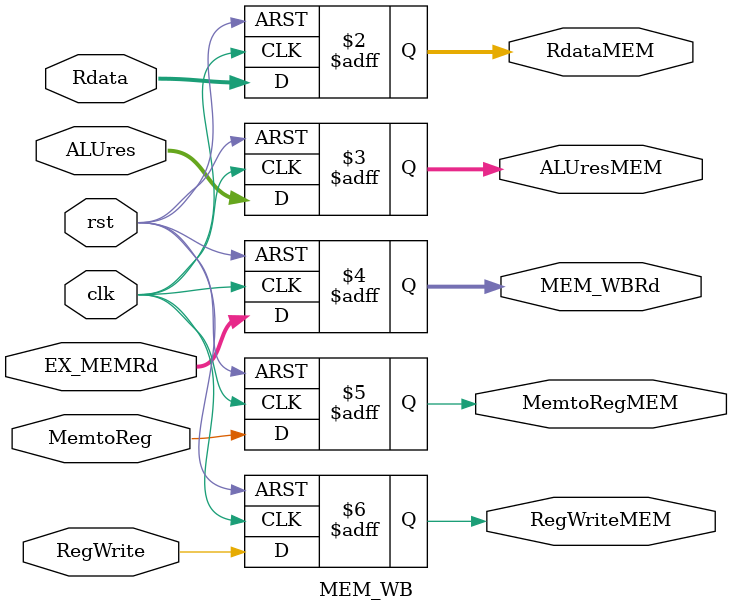
<source format=v>
`timescale 1ns / 1ps


module MEM_WB(clk,rst,Rdata,ALUres,EX_MEMRd,MemtoReg,RegWrite,RdataMEM,ALUresMEM,MEM_WBRd,MemtoRegMEM,RegWriteMEM);
input [31:0] Rdata,ALUres;
input clk,rst;
input [3:0]EX_MEMRd;
output reg [31:0]RdataMEM,ALUresMEM;
output reg [3:0]MEM_WBRd;
input MemtoReg,RegWrite;
output reg MemtoRegMEM,RegWriteMEM;

always@(posedge clk or posedge rst)
begin
    if(rst)
    begin
        MEM_WBRd<=0;
        RdataMEM<=0;
        ALUresMEM<=0;
        MemtoRegMEM<=0;
        RegWriteMEM<=0;
    end
    else
    begin
    MEM_WBRd<=EX_MEMRd;
    RdataMEM<=Rdata;
    ALUresMEM<=ALUres;
    MemtoRegMEM<=MemtoReg;
    RegWriteMEM<=RegWrite;
    end
end


endmodule

</source>
